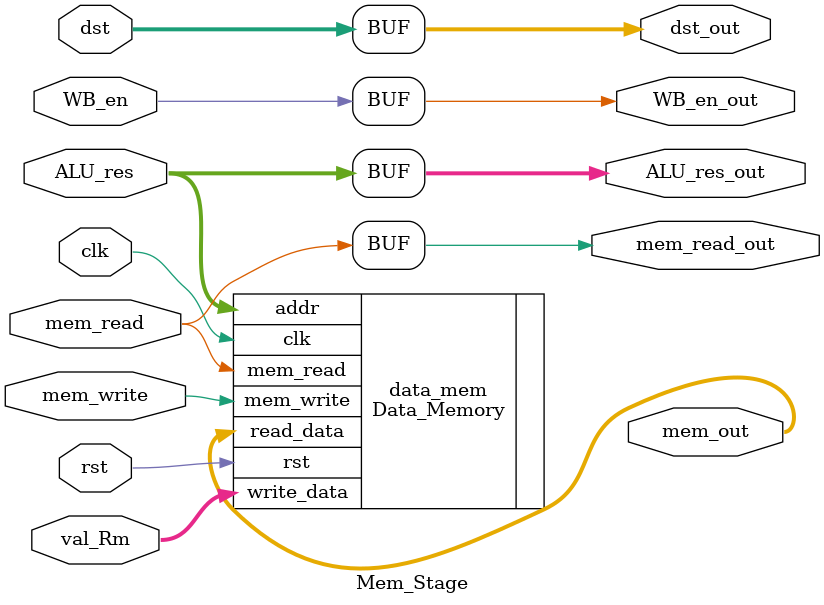
<source format=v>
`timescale 1ns / 1ns

`define WORD_WIDTH 32
`define REG_FILE_ADDRESS_LEN 4
`define REG_FILE_SIZE 16
`define MEMORY_DATA_LEN 8
`define MEMORY_SIZE 2048
`define SIGNED_IMM_WIDTH 24
`define SHIFTER_OPERAND_WIDTH 12

`define INSTRUCTION_LEN         32
`define INSTRUCTION_MEM_SIZE    2048
`define DATA_MEM_SIZE 64

`define LSL_SHIFT 2'b00
`define LSR_SHIFT 2'b01
`define ASR_SHIFT 2'b10
`define ROR_SHIFT 2'b11

`define MODE_ARITHMETIC 2'b00
`define MODE_MEM 2'b01
`define MODE_BRANCH 2'b10

`define EX_MOV 4'b0001
`define EX_MVN 4'b1001
`define EX_ADD 4'b0010
`define EX_ADC 4'b0011
`define EX_SUB 4'b0100
`define EX_SBC 4'b0101
`define EX_AND 4'b0110
`define EX_ORR 4'b0111
`define EX_EOR 4'b1000
`define EX_CMP 4'b0100     ///1100
`define EX_TST 4'b0110     ///1110
`define EX_LDR 4'b0010     ///1010
`define EX_STR 4'b0010     ///1010

`define OP_MOV 4'b1101
`define OP_MVN 4'b1111
`define OP_ADD 4'b0100
`define OP_ADC 4'b0101
`define OP_SUB 4'b0010
`define OP_SBC 4'b0110
`define OP_AND 4'b0000
`define OP_ORR 4'b1100
`define OP_EOR 4'b0001
`define OP_CMP 4'b1010
`define OP_TST 4'b1000
`define OP_LDR 4'b0100
`define OP_STR 4'b0100

module Mem_Stage (clk, rst, dst, ALU_res, val_Rm, mem_read, mem_write, WB_en, dst_out, ALU_res_out, mem_out, mem_read_out, WB_en_out);
    input clk, rst;
    input [`REG_FILE_ADDRESS_LEN-1:0] dst;
    input [`WORD_WIDTH-1:0] ALU_res;
    input [`WORD_WIDTH-1:0] val_Rm;
    input mem_read, mem_write, WB_en;

    output [`REG_FILE_ADDRESS_LEN-1:0] dst_out;
    output [`WORD_WIDTH-1:0] ALU_res_out;
    output [`WORD_WIDTH-1:0] mem_out;
    output mem_read_out, WB_en_out;

    assign dst_out = dst;
    assign mem_read_out = mem_read;
    assign WB_en_out = WB_en;
    assign ALU_res_out = ALU_res;
    
    Data_Memory data_mem(.clk(clk), .rst(rst), .addr(ALU_res), .write_data(val_Rm), .mem_read(mem_read), .mem_write(mem_write), .read_data(mem_out));

endmodule
</source>
